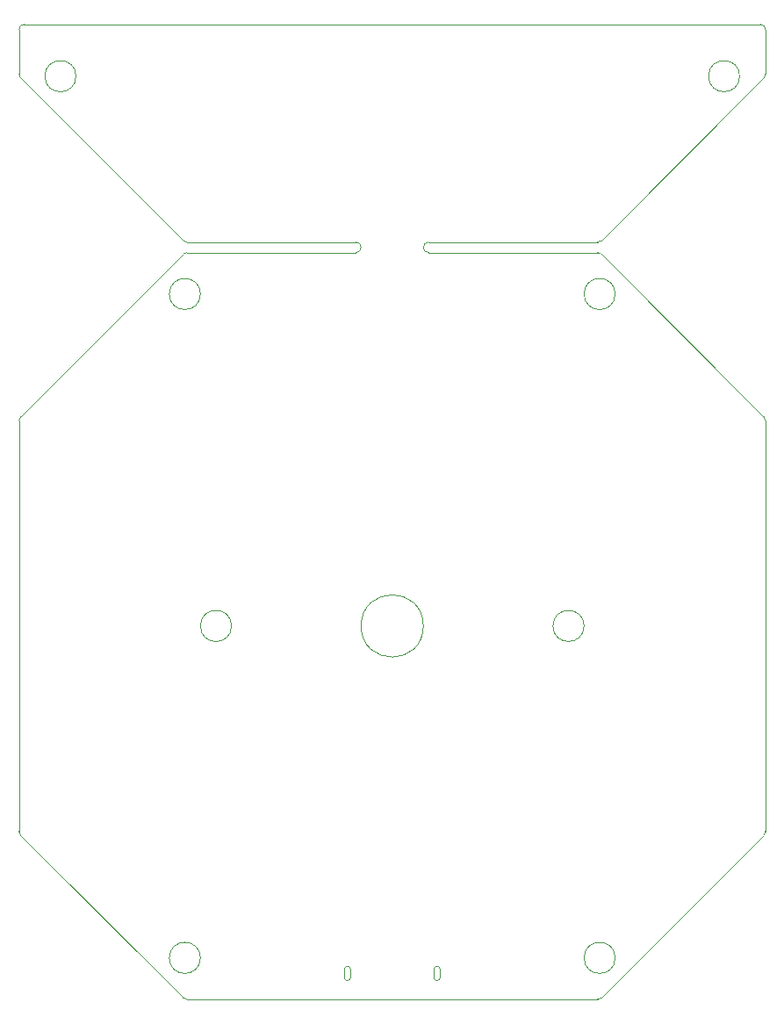
<source format=gbr>
%TF.GenerationSoftware,KiCad,Pcbnew,9.0.4*%
%TF.CreationDate,2025-09-22T08:36:52+02:00*%
%TF.ProjectId,SparrowCompass,53706172-726f-4774-936f-6d706173732e,rev?*%
%TF.SameCoordinates,Original*%
%TF.FileFunction,Profile,NP*%
%FSLAX46Y46*%
G04 Gerber Fmt 4.6, Leading zero omitted, Abs format (unit mm)*
G04 Created by KiCad (PCBNEW 9.0.4) date 2025-09-22 08:36:52*
%MOMM*%
%LPD*%
G01*
G04 APERTURE LIST*
%TA.AperFunction,Profile*%
%ADD10C,0.050000*%
%TD*%
%TA.AperFunction,Profile*%
%ADD11C,0.010000*%
%TD*%
G04 APERTURE END LIST*
D10*
X170146447Y-62853553D02*
X185853554Y-47146446D01*
X129853553Y-64146447D02*
G75*
G02*
X130207107Y-64000005I353547J-353553D01*
G01*
X153000000Y-100000000D02*
G75*
G02*
X147000000Y-100000000I-3000000J0D01*
G01*
X147000000Y-100000000D02*
G75*
G02*
X153000000Y-100000000I3000000J0D01*
G01*
X114000000Y-42500000D02*
X114000000Y-46792893D01*
X170146447Y-62853553D02*
G75*
G02*
X169792893Y-62999995I-353547J353553D01*
G01*
X169792893Y-64000000D02*
G75*
G02*
X170146449Y-64146443I7J-500000D01*
G01*
X171500000Y-68000000D02*
G75*
G02*
X168500000Y-68000000I-1500000J0D01*
G01*
X168500000Y-68000000D02*
G75*
G02*
X171500000Y-68000000I1500000J0D01*
G01*
X153500000Y-64000000D02*
G75*
G02*
X153000000Y-63500000I0J500000D01*
G01*
X134500000Y-100000000D02*
G75*
G02*
X131500000Y-100000000I-1500000J0D01*
G01*
X131500000Y-100000000D02*
G75*
G02*
X134500000Y-100000000I1500000J0D01*
G01*
X186000000Y-119792893D02*
X186000000Y-80207107D01*
X185853553Y-79853553D02*
G75*
G02*
X185999995Y-80207107I-353553J-353547D01*
G01*
X170146447Y-135853553D02*
G75*
G02*
X169792893Y-135999995I-353547J353553D01*
G01*
X114000000Y-42500000D02*
G75*
G02*
X114500000Y-42000000I500000J0D01*
G01*
X130207107Y-63000000D02*
X146500000Y-63000000D01*
X130207107Y-136000000D02*
G75*
G02*
X129853551Y-135853557I-7J500000D01*
G01*
X119500000Y-47000000D02*
G75*
G02*
X116500000Y-47000000I-1500000J0D01*
G01*
X116500000Y-47000000D02*
G75*
G02*
X119500000Y-47000000I1500000J0D01*
G01*
X129853553Y-64146447D02*
X114146446Y-79853554D01*
X131500000Y-68000000D02*
G75*
G02*
X128500000Y-68000000I-1500000J0D01*
G01*
X128500000Y-68000000D02*
G75*
G02*
X131500000Y-68000000I1500000J0D01*
G01*
X147000000Y-63500000D02*
G75*
G02*
X146500000Y-64000000I-500000J0D01*
G01*
X153500000Y-63000000D02*
X169792893Y-63000000D01*
X168500000Y-100000000D02*
G75*
G02*
X165500000Y-100000000I-1500000J0D01*
G01*
X165500000Y-100000000D02*
G75*
G02*
X168500000Y-100000000I1500000J0D01*
G01*
X131500000Y-132000000D02*
G75*
G02*
X128500000Y-132000000I-1500000J0D01*
G01*
X128500000Y-132000000D02*
G75*
G02*
X131500000Y-132000000I1500000J0D01*
G01*
X114000000Y-80207107D02*
G75*
G02*
X114146443Y-79853551I500000J7D01*
G01*
X136000000Y-64000000D02*
X130207107Y-64000000D01*
X114146447Y-120146447D02*
X129853554Y-135853554D01*
X130207107Y-63000000D02*
G75*
G02*
X129853551Y-62853557I-7J500000D01*
G01*
X183500000Y-47000000D02*
G75*
G02*
X180500000Y-47000000I-1500000J0D01*
G01*
X180500000Y-47000000D02*
G75*
G02*
X183500000Y-47000000I1500000J0D01*
G01*
X153000000Y-63500000D02*
G75*
G02*
X153500000Y-63000000I500000J0D01*
G01*
X114146447Y-120146447D02*
G75*
G02*
X114000005Y-119792893I353553J353547D01*
G01*
X146500000Y-64000000D02*
X136000000Y-64000000D01*
X114000000Y-80207107D02*
X114000000Y-119792893D01*
X185853553Y-79853553D02*
X170146446Y-64146446D01*
X185500000Y-42000000D02*
G75*
G02*
X186000000Y-42500000I0J-500000D01*
G01*
X114146447Y-47146447D02*
X129853554Y-62853554D01*
X186000000Y-119792893D02*
G75*
G02*
X185853557Y-120146449I-500000J-7D01*
G01*
X171500000Y-132000000D02*
G75*
G02*
X168500000Y-132000000I-1500000J0D01*
G01*
X168500000Y-132000000D02*
G75*
G02*
X171500000Y-132000000I1500000J0D01*
G01*
X186000000Y-46792893D02*
X186000000Y-42500000D01*
X169792893Y-64000000D02*
X153500000Y-64000000D01*
X186000000Y-46792893D02*
G75*
G02*
X185853557Y-47146449I-500000J-7D01*
G01*
X146500000Y-63000000D02*
G75*
G02*
X147000000Y-63500000I0J-500000D01*
G01*
X170146447Y-135853553D02*
X185853554Y-120146446D01*
X130207107Y-136000000D02*
X169792893Y-136000000D01*
X185500000Y-42000000D02*
X114500000Y-42000000D01*
X114146447Y-47146447D02*
G75*
G02*
X114000005Y-46792893I353553J353547D01*
G01*
D11*
%TO.C,J3*%
X145380000Y-133900000D02*
X145380000Y-133100000D01*
X145980000Y-133100000D02*
X145980000Y-133900000D01*
X154020000Y-133900000D02*
X154020000Y-133100000D01*
X154620000Y-133100000D02*
X154620000Y-133900000D01*
X145380000Y-133100000D02*
G75*
G02*
X145680000Y-132800000I300000J0D01*
G01*
X145680000Y-132800000D02*
G75*
G02*
X145980000Y-133100000I0J-300000D01*
G01*
X145680000Y-134200000D02*
G75*
G02*
X145380000Y-133900000I0J300000D01*
G01*
X145980000Y-133900000D02*
G75*
G02*
X145680000Y-134200000I-300000J0D01*
G01*
X154020000Y-133100000D02*
G75*
G02*
X154320000Y-132800000I300000J0D01*
G01*
X154320000Y-132800000D02*
G75*
G02*
X154620000Y-133100000I0J-300000D01*
G01*
X154320000Y-134200000D02*
G75*
G02*
X154020000Y-133900000I0J300000D01*
G01*
X154620000Y-133900000D02*
G75*
G02*
X154320000Y-134200000I-300000J0D01*
G01*
%TD*%
M02*

</source>
